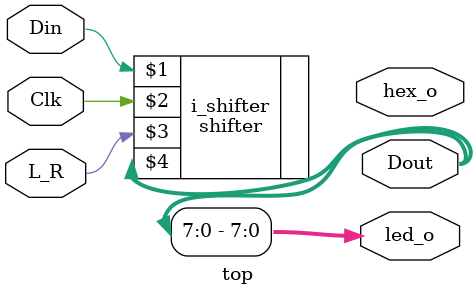
<source format=v>
`timescale 1ps/1ps

module top(
   input                   Din    ,
   input                   Clk    ,
   input                   L_R    ,//0算术移位,1逻辑意味
   output     [7:0]        Dout   ,
   output     [15:0]       led_o  ,
   output     [15:0]       hex_o  //输出指示数码管
);

   //design module instance 
   shifter i_shifter
   (
      Din    ,
      Clk    ,
      L_R    ,//0算术移位,1逻辑意味
      Dout
   );

   //board debug interface
   assign led_o[7:0]=Dout;
   // bcd8seg ia( .b(a), .h(hex_o[15:8]) );//output a to hex0
   // bcd8seg ib( .b(b), .h(hex_o[7:0]) );//output b to hex0
   // assign led_o[3:0] = s;
   // assign led_o[15:13]={carry,zero,overflow};


endmodule






   // initial for(integer i=0;i<8;i++) $display("top:%d %d %d ",a,b,s);

   // alu_tb#(4) i_tb
   // (
   // .b_o       (b) ,
   // .a_o       (a) ,
   // .sel_o     (sel) ,
   // .carry   (carry),//进位
   // .zero    (zero),//结果是否为0
   // .overflow(overflow),//溢出
   // .s       (s) //输出指示数码管
   // );
</source>
